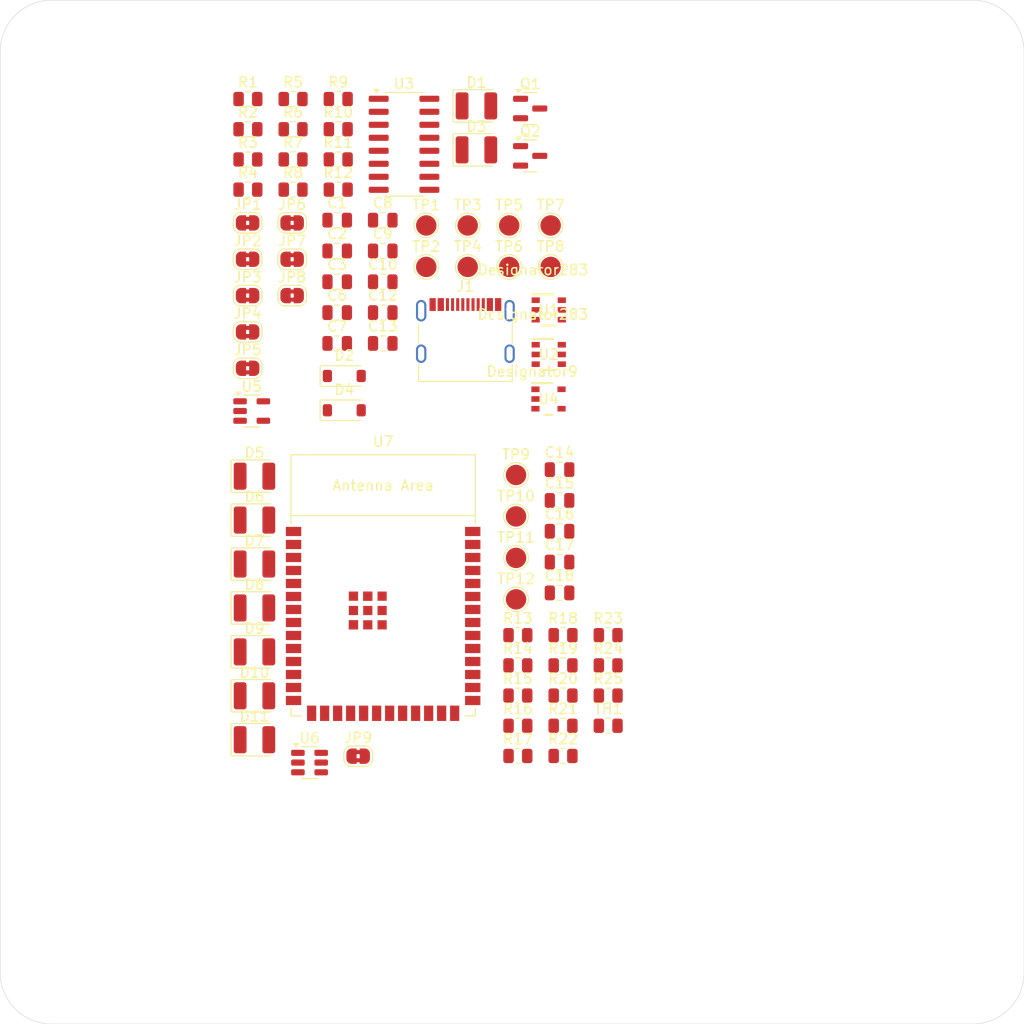
<source format=kicad_pcb>
(kicad_pcb (version 20240108) (generator "pcbnew") (generator_version "8.0")
  (layers (0 "F.Cu" signal) (31 "B.Cu" signal) (34 "B.Paste" user) (35 "F.Paste" user) (36 "B.SilkS" user "B.Silkscreen") (37 "F.SilkS" user "F.Silkscreen") (38 "B.Mask" user) (39 "F.Mask" user) (44 "Edge.Cuts" user))
  (net 0 "")
  (net 21 "GND")
  (net 22 "+3.3V")
  (net 49 "Net-(J1-VBUS-PadA4)")
  (net 50 "Net-(J1-GND-PadA1)")
  (net 52 "Net-(J1-D+-PadA6)")
  (net 55 "Net-(J1-D--PadA7)")
  (net 109 "+BATT")
  (net 110 "Net-(R13-Pad2)")
  (net 111 "Net-(R14-Pad2)")
  (footprint "Resistor_SMD:R_0805_2012Metric" (layer "F.Cu") (at 124.1925 62.6)
    (property "Reference" "R2" (at 0 -1.65 0) (layer "F.SilkS"))
    (property "Value" "R")
    (pad "1" smd roundrect (at -0.9125 0) (size 1.025 1.4) (layers "F.Cu" "F.Paste" "F.Mask") (roundrect_rratio 0.243902))
    (pad "2" smd roundrect (at 0.9125 0) (size 1.025 1.4) (layers "F.Cu" "F.Paste" "F.Mask") (roundrect_rratio 0.243902))
  )
  (footprint "Resistor_SMD:R_0805_2012Metric" (layer "F.Cu") (at 133.0125 65.55)
    (property "Reference" "R11" (at 0 -1.65 0) (layer "F.SilkS"))
    (property "Value" "R")
    (pad "1" smd roundrect (at -0.9125 0) (size 1.025 1.4) (layers "F.Cu" "F.Paste" "F.Mask") (roundrect_rratio 0.243902))
    (pad "2" smd roundrect (at 0.9125 0) (size 1.025 1.4) (layers "F.Cu" "F.Paste" "F.Mask") (roundrect_rratio 0.243902))
  )
  (footprint "Resistor_SMD:R_0805_2012Metric" (layer "F.Cu") (at 154.9725 114.97)
    (property "Reference" "R19" (at 0 -1.65 0) (layer "F.SilkS"))
    (property "Value" "R")
    (pad "1" smd roundrect (at -0.9125 0) (size 1.025 1.4) (layers "F.Cu" "F.Paste" "F.Mask") (roundrect_rratio 0.243902))
    (pad "2" smd roundrect (at 0.9125 0) (size 1.025 1.4) (layers "F.Cu" "F.Paste" "F.Mask") (roundrect_rratio 0.243902))
  )
  (footprint "LED_SMD:LED_1210_3225Metric" (layer "F.Cu") (at 124.8325 113.65)
    (property "Reference" "D9" (at 0 -2.28 0) (layer "F.SilkS"))
    (property "Value" "LED")
    (pad "1" smd roundrect (at -1.4 0) (size 1.25 2.65) (layers "F.Cu" "F.Paste" "F.Mask") (roundrect_rratio 0.2))
    (pad "2" smd roundrect (at 1.4 0) (size 1.25 2.65) (layers "F.Cu" "F.Paste" "F.Mask") (roundrect_rratio 0.2))
  )
  (footprint "LED_SMD:LED_1210_3225Metric" (layer "F.Cu") (at 146.5125 60.32)
    (property "Reference" "D1" (at 0 -2.28 0) (layer "F.SilkS"))
    (property "Value" "LED")
    (pad "1" smd roundrect (at -1.4 0) (size 1.25 2.65) (layers "F.Cu" "F.Paste" "F.Mask") (roundrect_rratio 0.2))
    (pad "2" smd roundrect (at 1.4 0) (size 1.25 2.65) (layers "F.Cu" "F.Paste" "F.Mask") (roundrect_rratio 0.2))
  )
  (footprint "Capacitor_SMD:C_0805_2012Metric" (layer "F.Cu") (at 137.3625 71.48)
    (property "Reference" "C8" (at 0 -1.68 0) (layer "F.SilkS"))
    (property "Value" "C")
    (pad "1" smd roundrect (at -0.95 0) (size 1 1.45) (layers "F.Cu" "F.Paste" "F.Mask"))
    (pad "2" smd roundrect (at 0.95 0) (size 1 1.45) (layers "F.Cu" "F.Paste" "F.Mask"))
  )
  (footprint "Resistor_SMD:R_0805_2012Metric" (layer "F.Cu") (at 124.1925 68.5)
    (property "Reference" "R4" (at 0 -1.65 0) (layer "F.SilkS"))
    (property "Value" "R")
    (pad "1" smd roundrect (at -0.9125 0) (size 1.025 1.4) (layers "F.Cu" "F.Paste" "F.Mask") (roundrect_rratio 0.243902))
    (pad "2" smd roundrect (at 0.9125 0) (size 1.025 1.4) (layers "F.Cu" "F.Paste" "F.Mask") (roundrect_rratio 0.243902))
  )
  (footprint "TestPoint:TestPoint_Pad_D2.0mm" (layer "F.Cu") (at 149.7125 72)
    (property "Reference" "TP5" (at 0 -1.998 0) (layer "F.SilkS"))
    (property "Value" "TestPoint")
    (pad "1" smd circle (at 0 0) (size 2 2) (layers "F.Cu" "F.Mask"))
  )
  (footprint "Connector_USB:USB_C_Receptacle_G-Switch_GT-USB-7010ASV" (layer "F.Cu") (at 145.4325 83.45)
    (property "Reference" "J1" (at 0 -5.5 0) (layer "F.SilkS"))
    (property "Value" "USB_C_Receptacle_USB2.0_16P")
    (pad "" np_thru_hole circle (at -2.89 -2.605) (size 0.65 0.65) (drill 0.65) (layers "*.Cu" "*.Mask"))
    (pad "" np_thru_hole circle (at 2.89 -2.605) (size 0.65 0.65) (drill 0.65) (layers "*.Cu" "*.Mask"))
    (pad "A1" smd rect (at -3.2 -3.725) (size 0.6 1.24) (layers "F.Cu" "F.Paste" "F.Mask") (net 50 "Net-(J1-GND-PadA1)"))
    (pad "A4" smd rect (at -2.4 -3.725) (size 0.6 1.24) (layers "F.Cu" "F.Paste" "F.Mask") (net 49 "Net-(J1-VBUS-PadA4)"))
    (pad "A5" smd rect (at -1.25 -3.725) (size 0.3 1.24) (layers "F.Cu" "F.Paste" "F.Mask"))
    (pad "A6" smd rect (at -0.25 -3.725) (size 0.3 1.24) (layers "F.Cu" "F.Paste" "F.Mask") (net 52 "Net-(J1-D+-PadA6)"))
    (pad "A7" smd rect (at 0.25 -3.725) (size 0.3 1.24) (layers "F.Cu" "F.Paste" "F.Mask") (net 55 "Net-(J1-D--PadA7)"))
    (pad "A8" smd rect (at 1.25 -3.725) (size 0.3 1.24) (layers "F.Cu" "F.Paste" "F.Mask"))
    (pad "A9" smd rect (at 2.4 -3.725) (size 0.6 1.24) (layers "F.Cu" "F.Paste" "F.Mask") (net 49 "Net-(J1-VBUS-PadA4)"))
    (pad "A12" smd rect (at 3.2 -3.725) (size 0.6 1.24) (layers "F.Cu" "F.Paste" "F.Mask") (net 50 "Net-(J1-GND-PadA1)"))
    (pad "B1" smd rect (at 3.2 -3.725) (size 0.6 1.24) (layers "F.Cu" "F.Paste" "F.Mask") (net 50 "Net-(J1-GND-PadA1)"))
    (pad "B4" smd rect (at 2.4 -3.725) (size 0.6 1.24) (layers "F.Cu" "F.Paste" "F.Mask") (net 49 "Net-(J1-VBUS-PadA4)"))
    (pad "B5" smd rect (at 1.75 -3.725) (size 0.3 1.24) (layers "F.Cu" "F.Paste" "F.Mask"))
    (pad "B6" smd rect (at 0.75 -3.725) (size 0.3 1.24) (layers "F.Cu" "F.Paste" "F.Mask") (net 52 "Net-(J1-D+-PadA6)"))
    (pad "B7" smd rect (at -0.75 -3.725) (size 0.3 1.24) (layers "F.Cu" "F.Paste" "F.Mask") (net 55 "Net-(J1-D--PadA7)"))
    (pad "B8" smd rect (at -1.75 -3.725) (size 0.3 1.24) (layers "F.Cu" "F.Paste" "F.Mask"))
    (pad "B9" smd rect (at -2.4 -3.725) (size 0.6 1.24) (layers "F.Cu" "F.Paste" "F.Mask") (net 49 "Net-(J1-VBUS-PadA4)"))
    (pad "B12" smd rect (at -3.2 -3.725) (size 0.6 1.24) (layers "F.Cu" "F.Paste" "F.Mask") (net 50 "Net-(J1-GND-PadA1)"))
    (pad "S1" thru_hole oval (at -4.32 -3.125) (size 1 2.1) (drill oval 0.6 1.7) (layers "*.Cu" "*.Mask"))
    (pad "S1" thru_hole oval (at -4.32 1.075) (size 1 1.8) (drill oval 0.6 1.4) (layers "*.Cu" "*.Mask"))
    (pad "S1" thru_hole oval (at 4.32 -3.125) (size 1 2.1) (drill oval 0.6 1.7) (layers "*.Cu" "*.Mask"))
    (pad "S1" thru_hole oval (at 4.32 1.075) (size 1 1.8) (drill oval 0.6 1.4) (layers "*.Cu" "*.Mask"))
  )
  (footprint "Resistor_SMD:R_0805_2012Metric" (layer "F.Cu") (at 154.9725 123.82)
    (property "Reference" "R22" (at 0 -1.65 0) (layer "F.SilkS"))
    (property "Value" "R")
    (pad "1" smd roundrect (at -0.9125 0) (size 1.025 1.4) (layers "F.Cu" "F.Paste" "F.Mask") (roundrect_rratio 0.243902))
    (pad "2" smd roundrect (at 0.9125 0) (size 1.025 1.4) (layers "F.Cu" "F.Paste" "F.Mask") (roundrect_rratio 0.243902))
  )
  (footprint "Capacitor_SMD:C_0805_2012Metric" (layer "F.Cu") (at 132.9125 80.51)
    (property "Reference" "C6" (at 0 -1.68 0) (layer "F.SilkS"))
    (property "Value" "C")
    (pad "1" smd roundrect (at -0.95 0) (size 1 1.45) (layers "F.Cu" "F.Paste" "F.Mask"))
    (pad "2" smd roundrect (at 0.95 0) (size 1 1.45) (layers "F.Cu" "F.Paste" "F.Mask"))
  )
  (footprint "Package_TO_SOT_SMD:SOT-23" (layer "F.Cu") (at 151.7625 65.2)
    (property "Reference" "Q2" (at 0 -2.4 0) (layer "F.SilkS"))
    (property "Value" "AO3401A")
    (pad "1" smd roundrect (at -0.9375 -0.95) (size 1.475 0.6) (layers "F.Cu" "F.Paste" "F.Mask"))
    (pad "2" smd roundrect (at -0.9375 0.95) (size 1.475 0.6) (layers "F.Cu" "F.Paste" "F.Mask"))
    (pad "3" smd roundrect (at 0.9375 0) (size 1.475 0.6) (layers "F.Cu" "F.Paste" "F.Mask"))
  )
  (footprint "TestPoint:TestPoint_Pad_D2.0mm" (layer "F.Cu") (at 150.3825 108.52)
    (property "Reference" "TP12" (at 0 -1.998 0) (layer "F.SilkS"))
    (property "Value" "TestPoint")
    (pad "1" smd circle (at 0 0) (size 2 2) (layers "F.Cu" "F.Mask"))
  )
  (footprint "Jumper:SolderJumper-2_P1.3mm_Bridged2Bar_RoundedPad1.0x1.5mm" (layer "F.Cu") (at 124.1625 78.85)
    (property "Reference" "JP3" (at 0 -1.8 0) (layer "F.SilkS"))
    (property "Value" "SolderJumper_2_Bridged")
    (fp_poly (pts (xy -0.25 -0.6) (xy 0.25 -0.6) (xy 0.25 -0.2) (xy -0.25 -0.2)) (fill solid) (layer "F.Cu"))
    (fp_poly (pts (xy -0.25 0.2) (xy 0.25 0.2) (xy 0.25 0.6) (xy -0.25 0.6)) (fill solid) (layer "F.Cu"))
    (pad "1" smd custom (at -0.65 0) (size 1 0.5) (layers "F.Cu" "F.Mask") (options (clearance outline) (anchor rect)) (primitives (gr_circle (center 0 0.25) (end 0.5 0.25) (width 0) (fill yes)) (gr_circle (center 0 -0.25) (end 0.5 -0.25) (width 0) (fill yes)) (gr_poly (pts (xy 0.5 0.75) (xy 0 0.75) (xy 0 -0.75) (xy 0.5 -0.75)) (width 0) (fill yes))))
    (pad "2" smd custom (at 0.65 0) (size 1 0.5) (layers "F.Cu" "F.Mask") (options (clearance outline) (anchor rect)) (primitives (gr_circle (center 0 0.25) (end 0.5 0.25) (width 0) (fill yes)) (gr_circle (center 0 -0.25) (end 0.5 -0.25) (width 0) (fill yes)) (gr_poly (pts (xy 0 0.75) (xy -0.5 0.75) (xy -0.5 -0.75) (xy 0 -0.75)) (width 0) (fill yes))))
  )
  (footprint "Espressif:ESP32-S3-WROOM-1" (layer "F.Cu") (at 137.4 110.15)
    (property "Reference" "U7" (at 0 -17.05 0) (layer "F.SilkS"))
    (property "Value" "ESP32-S3-WROOM-1")
    (fp_text user "Antenna Area" (at 0 -12.75 0) (layer "F.SilkS"))
    (pad "1" smd rect (at -8.75 -8.26) (size 1.5 0.9) (layers "F.Cu" "F.Paste" "F.Mask") (net 21 "GND"))
    (pad "2" smd rect (at -8.75 -6.99) (size 1.5 0.9) (layers "F.Cu" "F.Paste" "F.Mask") (net 22 "+3.3V"))
    (pad "3" smd rect (at -8.75 -5.72) (size 1.5 0.9) (layers "F.Cu" "F.Paste" "F.Mask"))
    (pad "4" smd rect (at -8.75 -4.45) (size 1.5 0.9) (layers "F.Cu" "F.Paste" "F.Mask"))
    (pad "5" smd rect (at -8.75 -3.18) (size 1.5 0.9) (layers "F.Cu" "F.Paste" "F.Mask"))
    (pad "6" smd rect (at -8.75 -1.91) (size 1.5 0.9) (layers "F.Cu" "F.Paste" "F.Mask"))
    (pad "7" smd rect (at -8.75 -0.64) (size 1.5 0.9) (layers "F.Cu" "F.Paste" "F.Mask"))
    (pad "8" smd rect (at -8.75 0.63) (size 1.5 0.9) (layers "F.Cu" "F.Paste" "F.Mask"))
    (pad "9" smd rect (at -8.75 1.9) (size 1.5 0.9) (layers "F.Cu" "F.Paste" "F.Mask"))
    (pad "10" smd rect (at -8.75 3.17) (size 1.5 0.9) (layers "F.Cu" "F.Paste" "F.Mask"))
    (pad "11" smd rect (at -8.75 4.44) (size 1.5 0.9) (layers "F.Cu" "F.Paste" "F.Mask"))
    (pad "12" smd rect (at -8.75 5.71) (size 1.5 0.9) (layers "F.Cu" "F.Paste" "F.Mask"))
    (pad "13" smd rect (at -8.75 6.98) (size 1.5 0.9) (layers "F.Cu" "F.Paste" "F.Mask"))
    (pad "14" smd rect (at -8.75 8.25) (size 1.5 0.9) (layers "F.Cu" "F.Paste" "F.Mask"))
    (pad "15" smd rect (at -6.985 9.5 90) (size 1.5 0.9) (layers "F.Cu" "F.Paste" "F.Mask"))
    (pad "16" smd rect (at -5.715 9.5 90) (size 1.5 0.9) (layers "F.Cu" "F.Paste" "F.Mask"))
    (pad "17" smd rect (at -4.445 9.5 90) (size 1.5 0.9) (layers "F.Cu" "F.Paste" "F.Mask"))
    (pad "18" smd rect (at -3.175 9.5 90) (size 1.5 0.9) (layers "F.Cu" "F.Paste" "F.Mask"))
    (pad "19" smd rect (at -1.905 9.5 90) (size 1.5 0.9) (layers "F.Cu" "F.Paste" "F.Mask"))
    (pad "20" smd rect (at -0.635 9.5 90) (size 1.5 0.9) (layers "F.Cu" "F.Paste" "F.Mask"))
    (pad "21" smd rect (at 0.635 9.5 90) (size 1.5 0.9) (layers "F.Cu" "F.Paste" "F.Mask"))
    (pad "22" smd rect (at 1.905 9.5 90) (size 1.5 0.9) (layers "F.Cu" "F.Paste" "F.Mask"))
    (pad "23" smd rect (at 3.175 9.5 90) (size 1.5 0.9) (layers "F.Cu" "F.Paste" "F.Mask"))
    (pad "24" smd rect (at 4.445 9.5 90) (size 1.5 0.9) (layers "F.Cu" "F.Paste" "F.Mask"))
    (pad "25" smd rect (at 5.715 9.5 90) (size 1.5 0.9) (layers "F.Cu" "F.Paste" "F.Mask"))
    (pad "26" smd rect (at 6.985 9.5 90) (size 1.5 0.9) (layers "F.Cu" "F.Paste" "F.Mask"))
    (pad "27" smd rect (at 8.75 8.25 180) (size 1.5 0.9) (layers "F.Cu" "F.Paste" "F.Mask"))
    (pad "28" smd rect (at 8.75 6.98 180) (size 1.5 0.9) (layers "F.Cu" "F.Paste" "F.Mask"))
    (pad "29" smd rect (at 8.75 5.71 180) (size 1.5 0.9) (layers "F.Cu" "F.Paste" "F.Mask"))
    (pad "30" smd rect (at 8.75 4.44 180) (size 1.5 0.9) (layers "F.Cu" "F.Paste" "F.Mask"))
    (pad "31" smd rect (at 8.75 3.17 180) (size 1.5 0.9) (layers "F.Cu" "F.Paste" "F.Mask"))
    (pad "32" smd rect (at 8.75 1.9 180) (size 1.5 0.9) (layers "F.Cu" "F.Paste" "F.Mask"))
    (pad "33" smd rect (at 8.75 0.63 180) (size 1.5 0.9) (layers "F.Cu" "F.Paste" "F.Mask"))
    (pad "34" smd rect (at 8.75 -0.64 180) (size 1.5 0.9) (layers "F.Cu" "F.Paste" "F.Mask"))
    (pad "35" smd rect (at 8.75 -1.91 180) (size 1.5 0.9) (layers "F.Cu" "F.Paste" "F.Mask"))
    (pad "36" smd rect (at 8.75 -3.18 180) (size 1.5 0.9) (layers "F.Cu" "F.Paste" "F.Mask"))
    (pad "37" smd rect (at 8.75 -4.45 180) (size 1.5 0.9) (layers "F.Cu" "F.Paste" "F.Mask"))
    (pad "38" smd rect (at 8.75 -5.72 180) (size 1.5 0.9) (layers "F.Cu" "F.Paste" "F.Mask"))
    (pad "39" smd rect (at 8.75 -6.99 180) (size 1.5 0.9) (layers "F.Cu" "F.Paste" "F.Mask"))
    (pad "40" smd rect (at 8.75 -8.26 180) (size 1.5 0.9) (layers "F.Cu" "F.Paste" "F.Mask") (net 21 "GND"))
    (pad "41" smd rect (at -2.9 -1.94 180) (size 0.9 0.9) (layers "F.Cu" "F.Paste" "F.Mask") (net 21 "GND"))
    (pad "41" smd rect (at -2.9 -0.54 180) (size 0.9 0.9) (layers "F.Cu" "F.Paste" "F.Mask") (net 21 "GND"))
    (pad "41" smd rect (at -2.9 0.86 180) (size 0.9 0.9) (layers "F.Cu" "F.Paste" "F.Mask") (net 21 "GND"))
    (pad "41" smd rect (at -2.9 0.86 180) (size 0.9 0.9) (layers "F.Cu" "F.Paste" "F.Mask") (net 21 "GND"))
    (pad "41" smd rect (at -1.5 -1.94 180) (size 0.9 0.9) (layers "F.Cu" "F.Paste" "F.Mask") (net 21 "GND"))
    (pad "41" smd rect (at -1.5 -1.94 180) (size 0.9 0.9) (layers "F.Cu" "F.Paste" "F.Mask") (net 21 "GND"))
    (pad "41" smd rect (at -1.5 -0.54 180) (size 0.9 0.9) (layers "F.Cu" "F.Paste" "F.Mask") (net 21 "GND"))
    (pad "41" smd rect (at -1.5 0.86 180) (size 0.9 0.9) (layers "F.Cu" "F.Paste" "F.Mask") (net 21 "GND"))
    (pad "41" smd rect (at -0.1 -1.94 180) (size 0.9 0.9) (layers "F.Cu" "F.Paste" "F.Mask") (net 21 "GND"))
    (pad "41" smd rect (at -0.1 -0.54 180) (size 0.9 0.9) (layers "F.Cu" "F.Paste" "F.Mask") (net 21 "GND"))
    (pad "41" smd rect (at -0.1 0.86 180) (size 0.9 0.9) (layers "F.Cu" "F.Paste" "F.Mask") (net 21 "GND"))
  )
  (footprint "Resistor_SMD:R_0805_2012Metric" (layer "F.Cu") (at 133.0125 68.5)
    (property "Reference" "R12" (at 0 -1.65 0) (layer "F.SilkS"))
    (property "Value" "R")
    (pad "1" smd roundrect (at -0.9125 0) (size 1.025 1.4) (layers "F.Cu" "F.Paste" "F.Mask") (roundrect_rratio 0.243902))
    (pad "2" smd roundrect (at 0.9125 0) (size 1.025 1.4) (layers "F.Cu" "F.Paste" "F.Mask") (roundrect_rratio 0.243902))
  )
  (footprint "Resistor_SMD:R_0805_2012Metric" (layer "F.Cu") (at 124.1925 65.55)
    (property "Reference" "R3" (at 0 -1.65 0) (layer "F.SilkS"))
    (property "Value" "R")
    (pad "1" smd roundrect (at -0.9125 0) (size 1.025 1.4) (layers "F.Cu" "F.Paste" "F.Mask") (roundrect_rratio 0.243902))
    (pad "2" smd roundrect (at 0.9125 0) (size 1.025 1.4) (layers "F.Cu" "F.Paste" "F.Mask") (roundrect_rratio 0.243902))
  )
  (footprint "Jumper:SolderJumper-2_P1.3mm_Bridged2Bar_RoundedPad1.0x1.5mm" (layer "F.Cu") (at 128.5125 71.75)
    (property "Reference" "JP6" (at 0 -1.8 0) (layer "F.SilkS"))
    (property "Value" "SolderJumper_2_Bridged")
    (fp_poly (pts (xy -0.25 -0.6) (xy 0.25 -0.6) (xy 0.25 -0.2) (xy -0.25 -0.2)) (fill solid) (layer "F.Cu"))
    (fp_poly (pts (xy -0.25 0.2) (xy 0.25 0.2) (xy 0.25 0.6) (xy -0.25 0.6)) (fill solid) (layer "F.Cu"))
    (pad "1" smd custom (at -0.65 0) (size 1 0.5) (layers "F.Cu" "F.Mask") (options (clearance outline) (anchor rect)) (primitives (gr_circle (center 0 0.25) (end 0.5 0.25) (width 0) (fill yes)) (gr_circle (center 0 -0.25) (end 0.5 -0.25) (width 0) (fill yes)) (gr_poly (pts (xy 0.5 0.75) (xy 0 0.75) (xy 0 -0.75) (xy 0.5 -0.75)) (width 0) (fill yes))))
    (pad "2" smd custom (at 0.65 0) (size 1 0.5) (layers "F.Cu" "F.Mask") (options (clearance outline) (anchor rect)) (primitives (gr_circle (center 0 0.25) (end 0.5 0.25) (width 0) (fill yes)) (gr_circle (center 0 -0.25) (end 0.5 -0.25) (width 0) (fill yes)) (gr_poly (pts (xy 0 0.75) (xy -0.5 0.75) (xy -0.5 -0.75) (xy 0 -0.75)) (width 0) (fill yes))))
  )
  (footprint "Jumper:SolderJumper-2_P1.3mm_Bridged2Bar_RoundedPad1.0x1.5mm" (layer "F.Cu") (at 128.5125 75.3)
    (property "Reference" "JP7" (at 0 -1.8 0) (layer "F.SilkS"))
    (property "Value" "SolderJumper_2_Bridged")
    (fp_poly (pts (xy -0.25 -0.6) (xy 0.25 -0.6) (xy 0.25 -0.2) (xy -0.25 -0.2)) (fill solid) (layer "F.Cu"))
    (fp_poly (pts (xy -0.25 0.2) (xy 0.25 0.2) (xy 0.25 0.6) (xy -0.25 0.6)) (fill solid) (layer "F.Cu"))
    (pad "1" smd custom (at -0.65 0) (size 1 0.5) (layers "F.Cu" "F.Mask") (options (clearance outline) (anchor rect)) (primitives (gr_circle (center 0 0.25) (end 0.5 0.25) (width 0) (fill yes)) (gr_circle (center 0 -0.25) (end 0.5 -0.25) (width 0) (fill yes)) (gr_poly (pts (xy 0.5 0.75) (xy 0 0.75) (xy 0 -0.75) (xy 0.5 -0.75)) (width 0) (fill yes))))
    (pad "2" smd custom (at 0.65 0) (size 1 0.5) (layers "F.Cu" "F.Mask") (options (clearance outline) (anchor rect)) (primitives (gr_circle (center 0 0.25) (end 0.5 0.25) (width 0) (fill yes)) (gr_circle (center 0 -0.25) (end 0.5 -0.25) (width 0) (fill yes)) (gr_poly (pts (xy 0 0.75) (xy -0.5 0.75) (xy -0.5 -0.75) (xy 0 -0.75)) (width 0) (fill yes))))
  )
  (footprint "Resistor_SMD:R_0805_2012Metric" (layer "F.Cu") (at 128.6025 65.55)
    (property "Reference" "R7" (at 0 -1.65 0) (layer "F.SilkS"))
    (property "Value" "R")
    (pad "1" smd roundrect (at -0.9125 0) (size 1.025 1.4) (layers "F.Cu" "F.Paste" "F.Mask") (roundrect_rratio 0.243902))
    (pad "2" smd roundrect (at 0.9125 0) (size 1.025 1.4) (layers "F.Cu" "F.Paste" "F.Mask") (roundrect_rratio 0.243902))
  )
  (footprint "Resistor_SMD:R_0805_2012Metric" (layer "F.Cu") (at 150.5625 120.87)
    (property "Reference" "R16" (at 0 -1.65 0) (layer "F.SilkS"))
    (property "Value" "R")
    (pad "1" smd roundrect (at -0.9125 0) (size 1.025 1.4) (layers "F.Cu" "F.Paste" "F.Mask") (roundrect_rratio 0.243902) (net 110 "Net-(R13-Pad2)"))
    (pad "2" smd roundrect (at 0.9125 0) (size 1.025 1.4) (layers "F.Cu" "F.Paste" "F.Mask") (roundrect_rratio 0.243902) (net 21 "GND"))
  )
  (footprint "Resistor_SMD:R_0805_2012Metric" (layer "F.Cu") (at 150.5625 114.97)
    (property "Reference" "R14" (at 0 -1.65 0) (layer "F.SilkS"))
    (property "Value" "R")
    (pad "1" smd roundrect (at -0.9125 0) (size 1.025 1.4) (layers "F.Cu" "F.Paste" "F.Mask") (roundrect_rratio 0.243902) (net 22 "+3.3V"))
    (pad "2" smd roundrect (at 0.9125 0) (size 1.025 1.4) (layers "F.Cu" "F.Paste" "F.Mask") (roundrect_rratio 0.243902) (net 111 "Net-(R14-Pad2)"))
  )
  (footprint "Capacitor_SMD:C_0805_2012Metric" (layer "F.Cu") (at 137.3625 83.52)
    (property "Reference" "C13" (at 0 -1.68 0) (layer "F.SilkS"))
    (property "Value" "C")
    (pad "1" smd roundrect (at -0.95 0) (size 1 1.45) (layers "F.Cu" "F.Paste" "F.Mask"))
    (pad "2" smd roundrect (at 0.95 0) (size 1 1.45) (layers "F.Cu" "F.Paste" "F.Mask"))
  )
  (footprint "Resistor_SMD:R_0805_2012Metric" (layer "F.Cu") (at 133.0125 62.6)
    (property "Reference" "R10" (at 0 -1.65 0) (layer "F.SilkS"))
    (property "Value" "R")
    (pad "1" smd roundrect (at -0.9125 0) (size 1.025 1.4) (layers "F.Cu" "F.Paste" "F.Mask") (roundrect_rratio 0.243902))
    (pad "2" smd roundrect (at 0.9125 0) (size 1.025 1.4) (layers "F.Cu" "F.Paste" "F.Mask") (roundrect_rratio 0.243902))
  )
  (footprint "Capacitor_SMD:C_0805_2012Metric" (layer "F.Cu") (at 132.9125 77.5)
    (property "Reference" "C3" (at 0 -1.68 0) (layer "F.SilkS"))
    (property "Value" "C")
    (pad "1" smd roundrect (at -0.95 0) (size 1 1.45) (layers "F.Cu" "F.Paste" "F.Mask"))
    (pad "2" smd roundrect (at 0.95 0) (size 1 1.45) (layers "F.Cu" "F.Paste" "F.Mask"))
  )
  (footprint "Jumper:SolderJumper-2_P1.3mm_Bridged2Bar_RoundedPad1.0x1.5mm" (layer "F.Cu") (at 124.1625 82.4)
    (property "Reference" "JP4" (at 0 -1.8 0) (layer "F.SilkS"))
    (property "Value" "SolderJumper_2_Bridged")
    (fp_poly (pts (xy -0.25 -0.6) (xy 0.25 -0.6) (xy 0.25 -0.2) (xy -0.25 -0.2)) (fill solid) (layer "F.Cu"))
    (fp_poly (pts (xy -0.25 0.2) (xy 0.25 0.2) (xy 0.25 0.6) (xy -0.25 0.6)) (fill solid) (layer "F.Cu"))
    (pad "1" smd custom (at -0.65 0) (size 1 0.5) (layers "F.Cu" "F.Mask") (options (clearance outline) (anchor rect)) (primitives (gr_circle (center 0 0.25) (end 0.5 0.25) (width 0) (fill yes)) (gr_circle (center 0 -0.25) (end 0.5 -0.25) (width 0) (fill yes)) (gr_poly (pts (xy 0.5 0.75) (xy 0 0.75) (xy 0 -0.75) (xy 0.5 -0.75)) (width 0) (fill yes))))
    (pad "2" smd custom (at 0.65 0) (size 1 0.5) (layers "F.Cu" "F.Mask") (options (clearance outline) (anchor rect)) (primitives (gr_circle (center 0 0.25) (end 0.5 0.25) (width 0) (fill yes)) (gr_circle (center 0 -0.25) (end 0.5 -0.25) (width 0) (fill yes)) (gr_poly (pts (xy 0 0.75) (xy -0.5 0.75) (xy -0.5 -0.75) (xy 0 -0.75)) (width 0) (fill yes))))
  )
  (footprint "Resistor_SMD:R_0805_2012Metric" (layer "F.Cu") (at 128.6025 68.5)
    (property "Reference" "R8" (at 0 -1.65 0) (layer "F.SilkS"))
    (property "Value" "R")
    (pad "1" smd roundrect (at -0.9125 0) (size 1.025 1.4) (layers "F.Cu" "F.Paste" "F.Mask") (roundrect_rratio 0.243902))
    (pad "2" smd roundrect (at 0.9125 0) (size 1.025 1.4) (layers "F.Cu" "F.Paste" "F.Mask") (roundrect_rratio 0.243902))
  )
  (footprint "TestPoint:TestPoint_Pad_D2.0mm" (layer "F.Cu") (at 145.6625 76.05)
    (property "Reference" "TP4" (at 0 -1.998 0) (layer "F.SilkS"))
    (property "Value" "TestPoint")
    (pad "1" smd circle (at 0 0) (size 2 2) (layers "F.Cu" "F.Mask"))
  )
  (footprint "Capacitor_SMD:C_0805_2012Metric" (layer "F.Cu") (at 137.3625 77.5)
    (property "Reference" "C10" (at 0 -1.68 0) (layer "F.SilkS"))
    (property "Value" "C")
    (pad "1" smd roundrect (at -0.95 0) (size 1 1.45) (layers "F.Cu" "F.Paste" "F.Mask"))
    (pad "2" smd roundrect (at 0.95 0) (size 1 1.45) (layers "F.Cu" "F.Paste" "F.Mask"))
  )
  (footprint "Package_SO:SOIC-16_3.9x9.9mm_P1.27mm" (layer "F.Cu") (at 139.4425 64.07)
    (property "Reference" "U3" (at 0 -5.9 0) (layer "F.SilkS"))
    (property "Value" "CH340C")
    (pad "1" smd roundrect (at -2.475 -4.445) (size 1.95 0.6) (layers "F.Cu" "F.Paste" "F.Mask"))
    (pad "2" smd roundrect (at -2.475 -3.175) (size 1.95 0.6) (layers "F.Cu" "F.Paste" "F.Mask"))
    (pad "3" smd roundrect (at -2.475 -1.905) (size 1.95 0.6) (layers "F.Cu" "F.Paste" "F.Mask"))
    (pad "4" smd roundrect (at -2.475 -0.635) (size 1.95 0.6) (layers "F.Cu" "F.Paste" "F.Mask"))
    (pad "5" smd roundrect (at -2.475 0.635) (size 1.95 0.6) (layers "F.Cu" "F.Paste" "F.Mask"))
    (pad "6" smd roundrect (at -2.475 1.905) (size 1.95 0.6) (layers "F.Cu" "F.Paste" "F.Mask"))
    (pad "7" smd roundrect (at -2.475 3.175) (size 1.95 0.6) (layers "F.Cu" "F.Paste" "F.Mask"))
    (pad "8" smd roundrect (at -2.475 4.445) (size 1.95 0.6) (layers "F.Cu" "F.Paste" "F.Mask"))
    (pad "9" smd roundrect (at 2.475 4.445) (size 1.95 0.6) (layers "F.Cu" "F.Paste" "F.Mask"))
    (pad "10" smd roundrect (at 2.475 3.175) (size 1.95 0.6) (layers "F.Cu" "F.Paste" "F.Mask"))
    (pad "11" smd roundrect (at 2.475 1.905) (size 1.95 0.6) (layers "F.Cu" "F.Paste" "F.Mask"))
    (pad "12" smd roundrect (at 2.475 0.635) (size 1.95 0.6) (layers "F.Cu" "F.Paste" "F.Mask"))
    (pad "13" smd roundrect (at 2.475 -0.635) (size 1.95 0.6) (layers "F.Cu" "F.Paste" "F.Mask"))
    (pad "14" smd roundrect (at 2.475 -1.905) (size 1.95 0.6) (layers "F.Cu" "F.Paste" "F.Mask"))
    (pad "15" smd roundrect (at 2.475 -3.175) (size 1.95 0.6) (layers "F.Cu" "F.Paste" "F.Mask"))
    (pad "16" smd roundrect (at 2.475 -4.445) (size 1.95 0.6) (layers "F.Cu" "F.Paste" "F.Mask"))
  )
  (footprint "Capacitor_SMD:C_0805_2012Metric" (layer "F.Cu") (at 154.6325 98.86)
    (property "Reference" "C15" (at 0 -1.68 0) (layer "F.SilkS"))
    (property "Value" "C")
    (pad "1" smd roundrect (at -0.95 0) (size 1 1.45) (layers "F.Cu" "F.Paste" "F.Mask") (net 21 "GND"))
    (pad "2" smd roundrect (at 0.95 0) (size 1 1.45) (layers "F.Cu" "F.Paste" "F.Mask") (net 22 "+3.3V"))
  )
  (footprint "Resistor_SMD:R_0805_2012Metric" (layer "F.Cu") (at 150.5625 117.92)
    (property "Reference" "R15" (at 0 -1.65 0) (layer "F.SilkS"))
    (property "Value" "R")
    (pad "1" smd roundrect (at -0.9125 0) (size 1.025 1.4) (layers "F.Cu" "F.Paste" "F.Mask") (roundrect_rratio 0.243902))
    (pad "2" smd roundrect (at 0.9125 0) (size 1.025 1.4) (layers "F.Cu" "F.Paste" "F.Mask") (roundrect_rratio 0.243902))
  )
  (footprint "Diode_SMD:D_SOD-123" (layer "F.Cu") (at 133.6075 86.7)
    (property "Reference" "D2" (at 0 -2 0) (layer "F.SilkS"))
    (property "Value" "5V1")
    (pad "1" smd roundrect (at -1.65 0) (size 0.9 1.2) (layers "F.Cu" "F.Paste" "F.Mask"))
    (pad "2" smd roundrect (at 1.65 0) (size 0.9 1.2) (layers "F.Cu" "F.Paste" "F.Mask"))
  )
  (footprint "Resistor_SMD:R_0805_2012Metric" (layer "F.Cu") (at 159.3825 117.92)
    (property "Reference" "R25" (at 0 -1.65 0) (layer "F.SilkS"))
    (property "Value" "R")
    (pad "1" smd roundrect (at -0.9125 0) (size 1.025 1.4) (layers "F.Cu" "F.Paste" "F.Mask") (roundrect_rratio 0.243902))
    (pad "2" smd roundrect (at 0.9125 0) (size 1.025 1.4) (layers "F.Cu" "F.Paste" "F.Mask") (roundrect_rratio 0.243902))
  )
  (footprint "Capacitor_SMD:C_0805_2012Metric" (layer "F.Cu") (at 154.6325 107.89)
    (property "Reference" "C18" (at 0 -1.68 0) (layer "F.SilkS"))
    (property "Value" "C")
    (pad "1" smd roundrect (at -0.95 0) (size 1 1.45) (layers "F.Cu" "F.Paste" "F.Mask"))
    (pad "2" smd roundrect (at 0.95 0) (size 1 1.45) (layers "F.Cu" "F.Paste" "F.Mask"))
  )
  (footprint "Jumper:SolderJumper-2_P1.3mm_Bridged2Bar_RoundedPad1.0x1.5mm" (layer "F.Cu") (at 128.5125 78.85)
    (property "Reference" "JP8" (at 0 -1.8 0) (layer "F.SilkS"))
    (property "Value" "SolderJumper_2_Bridged")
    (fp_poly (pts (xy -0.25 -0.6) (xy 0.25 -0.6) (xy 0.25 -0.2) (xy -0.25 -0.2)) (fill solid) (layer "F.Cu"))
    (fp_poly (pts (xy -0.25 0.2) (xy 0.25 0.2) (xy 0.25 0.6) (xy -0.25 0.6)) (fill solid) (layer "F.Cu"))
    (pad "1" smd custom (at -0.65 0) (size 1 0.5) (layers "F.Cu" "F.Mask") (options (clearance outline) (anchor rect)) (primitives (gr_circle (center 0 0.25) (end 0.5 0.25) (width 0) (fill yes)) (gr_circle (center 0 -0.25) (end 0.5 -0.25) (width 0) (fill yes)) (gr_poly (pts (xy 0.5 0.75) (xy 0 0.75) (xy 0 -0.75) (xy 0.5 -0.75)) (width 0) (fill yes))))
    (pad "2" smd custom (at 0.65 0) (size 1 0.5) (layers "F.Cu" "F.Mask") (options (clearance outline) (anchor rect)) (primitives (gr_circle (center 0 0.25) (end 0.5 0.25) (width 0) (fill yes)) (gr_circle (center 0 -0.25) (end 0.5 -0.25) (width 0) (fill yes)) (gr_poly (pts (xy 0 0.75) (xy -0.5 0.75) (xy -0.5 -0.75) (xy 0 -0.75)) (width 0) (fill yes))))
  )
  (footprint "Package_TO_SOT_SMD:SOT-23" (layer "F.Cu") (at 151.7625 60.575)
    (property "Reference" "Q1" (at 0 -2.4 0) (layer "F.SilkS"))
    (property "Value" "AO3401A")
    (pad "1" smd roundrect (at -0.9375 -0.95) (size 1.475 0.6) (layers "F.Cu" "F.Paste" "F.Mask"))
    (pad "2" smd roundrect (at -0.9375 0.95) (size 1.475 0.6) (layers "F.Cu" "F.Paste" "F.Mask"))
    (pad "3" smd roundrect (at 0.9375 0) (size 1.475 0.6) (layers "F.Cu" "F.Paste" "F.Mask"))
  )
  (footprint "LED_SMD:LED_1210_3225Metric" (layer "F.Cu") (at 124.8325 117.94)
    (property "Reference" "D10" (at 0 -2.28 0) (layer "F.SilkS"))
    (property "Value" "LED")
    (pad "1" smd roundrect (at -1.4 0) (size 1.25 2.65) (layers "F.Cu" "F.Paste" "F.Mask") (roundrect_rratio 0.2))
    (pad "2" smd roundrect (at 1.4 0) (size 1.25 2.65) (layers "F.Cu" "F.Paste" "F.Mask") (roundrect_rratio 0.2))
  )
  (footprint "Resistor_SMD:R_0805_2012Metric" (layer "F.Cu") (at 128.6025 62.6)
    (property "Reference" "R6" (at 0 -1.65 0) (layer "F.SilkS"))
    (property "Value" "R")
    (pad "1" smd roundrect (at -0.9125 0) (size 1.025 1.4) (layers "F.Cu" "F.Paste" "F.Mask") (roundrect_rratio 0.243902))
    (pad "2" smd roundrect (at 0.9125 0) (size 1.025 1.4) (layers "F.Cu" "F.Paste" "F.Mask") (roundrect_rratio 0.243902))
  )
  (footprint "TestPoint:TestPoint_Pad_D2.0mm" (layer "F.Cu") (at 150.3825 104.47)
    (property "Reference" "TP11" (at 0 -1.998 0) (layer "F.SilkS"))
    (property "Value" "TestPoint")
    (pad "1" smd circle (at 0 0) (size 2 2) (layers "F.Cu" "F.Mask"))
  )
  (footprint "Jumper:SolderJumper-2_P1.3mm_Bridged2Bar_RoundedPad1.0x1.5mm" (layer "F.Cu") (at 124.1625 71.75)
    (property "Reference" "JP1" (at 0 -1.8 0) (layer "F.SilkS"))
    (property "Value" "SolderJumper_2_Bridged")
    (fp_poly (pts (xy -0.25 -0.6) (xy 0.25 -0.6) (xy 0.25 -0.2) (xy -0.25 -0.2)) (fill solid) (layer "F.Cu"))
    (fp_poly (pts (xy -0.25 0.2) (xy 0.25 0.2) (xy 0.25 0.6) (xy -0.25 0.6)) (fill solid) (layer "F.Cu"))
    (pad "1" smd custom (at -0.65 0) (size 1 0.5) (layers "F.Cu" "F.Mask") (options (clearance outline) (anchor rect)) (primitives (gr_circle (center 0 0.25) (end 0.5 0.25) (width 0) (fill yes)) (gr_circle (center 0 -0.25) (end 0.5 -0.25) (width 0) (fill yes)) (gr_poly (pts (xy 0.5 0.75) (xy 0 0.75) (xy 0 -0.75) (xy 0.5 -0.75)) (width 0) (fill yes))))
    (pad "2" smd custom (at 0.65 0) (size 1 0.5) (layers "F.Cu" "F.Mask") (options (clearance outline) (anchor rect)) (primitives (gr_circle (center 0 0.25) (end 0.5 0.25) (width 0) (fill yes)) (gr_circle (center 0 -0.25) (end 0.5 -0.25) (width 0) (fill yes)) (gr_poly (pts (xy 0 0.75) (xy -0.5 0.75) (xy -0.5 -0.75) (xy 0 -0.75)) (width 0) (fill yes))))
  )
  (footprint "Capacitor_SMD:C_0805_2012Metric" (layer "F.Cu") (at 132.9125 83.52)
    (property "Reference" "C7" (at 0 -1.68 0) (layer "F.SilkS"))
    (property "Value" "C")
    (pad "1" smd roundrect (at -0.95 0) (size 1 1.45) (layers "F.Cu" "F.Paste" "F.Mask"))
    (pad "2" smd roundrect (at 0.95 0) (size 1 1.45) (layers "F.Cu" "F.Paste" "F.Mask"))
  )
  (footprint "LED_SMD:LED_1210_3225Metric" (layer "F.Cu") (at 124.8325 109.36)
    (property "Reference" "D8" (at 0 -2.28 0) (layer "F.SilkS"))
    (property "Value" "LED")
    (pad "1" smd roundrect (at -1.4 0) (size 1.25 2.65) (layers "F.Cu" "F.Paste" "F.Mask") (roundrect_rratio 0.2))
    (pad "2" smd roundrect (at 1.4 0) (size 1.25 2.65) (layers "F.Cu" "F.Paste" "F.Mask") (roundrect_rratio 0.2))
  )
  (footprint "Capacitor_SMD:C_0805_2012Metric" (layer "F.Cu") (at 132.9125 74.49)
    (property "Reference" "C2" (at 0 -1.68 0) (layer "F.SilkS"))
    (property "Value" "C")
    (pad "1" smd roundrect (at -0.95 0) (size 1 1.45) (layers "F.Cu" "F.Paste" "F.Mask"))
    (pad "2" smd roundrect (at 0.95 0) (size 1 1.45) (layers "F.Cu" "F.Paste" "F.Mask"))
  )
  (footprint "TPS565201DDCR:TPS565201DDCR_L" (layer "F.Cu") (at 153.5775 84.600003)
    (property "Reference" "U2" (at 0 0 0) (layer "F.SilkS"))
    (property "Value" "TPS565201DDCR")
    (fp_text user "Designator283" (at -1.5494 -3.9116 0) (layer "F.SilkS"))
    (pad "1" smd rect (at -1.275001 -0.950001 90) (size 0.549999 0.800001) (layers "F.Cu" "F.Paste" "F.Mask"))
    (pad "2" smd rect (at -1.275001 0 90) (size 0.549999 0.800001) (layers "F.Cu" "F.Paste" "F.Mask"))
    (pad "3" smd rect (at -1.275001 0.949998 90) (size 0.549999 0.800001) (layers "F.Cu" "F.Paste" "F.Mask"))
    (pad "4" smd rect (at 1.274999 0.949998 90) (size 0.549999 0.800001) (layers "F.Cu" "F.Paste" "F.Mask"))
    (pad "5" smd rect (at 1.274999 0 90) (size 0.549999 0.800001) (layers "F.Cu" "F.Paste" "F.Mask"))
    (pad "6" smd rect (at 1.274999 -0.950001 90) (size 0.549999 0.800001) (layers "F.Cu" "F.Paste" "F.Mask"))
  )
  (footprint "LED_SMD:LED_1210_3225Metric" (layer "F.Cu") (at 146.5125 64.61)
    (property "Reference" "D3" (at 0 -2.28 0) (layer "F.SilkS"))
    (property "Value" "LED")
    (pad "1" smd roundrect (at -1.4 0) (size 1.25 2.65) (layers "F.Cu" "F.Paste" "F.Mask") (roundrect_rratio 0.2))
    (pad "2" smd roundrect (at 1.4 0) (size 1.25 2.65) (layers "F.Cu" "F.Paste" "F.Mask") (roundrect_rratio 0.2))
  )
  (footprint "Capacitor_SMD:C_0805_2012Metric" (layer "F.Cu") (at 132.9125 71.48)
    (property "Reference" "C1" (at 0 -1.68 0) (layer "F.SilkS"))
    (property "Value" "C")
    (pad "1" smd roundrect (at -0.95 0) (size 1 1.45) (layers "F.Cu" "F.Paste" "F.Mask"))
    (pad "2" smd roundrect (at 0.95 0) (size 1 1.45) (layers "F.Cu" "F.Paste" "F.Mask"))
  )
  (footprint "LED_SMD:LED_1210_3225Metric" (layer "F.Cu") (at 124.8325 100.78)
    (property "Reference" "D6" (at 0 -2.28 0) (layer "F.SilkS"))
    (property "Value" "LED")
    (pad "1" smd roundrect (at -1.4 0) (size 1.25 2.65) (layers "F.Cu" "F.Paste" "F.Mask") (roundrect_rratio 0.2))
    (pad "2" smd roundrect (at 1.4 0) (size 1.25 2.65) (layers "F.Cu" "F.Paste" "F.Mask") (roundrect_rratio 0.2))
  )
  (footprint "TPS565201DDCR:TPS565201DDCR_L" (layer "F.Cu") (at 153.5775 80.250002)
    (property "Reference" "U1" (at 0 0 0) (layer "F.SilkS"))
    (property "Value" "TPS565201DDCR")
    (fp_text user "Designator283" (at -1.5494 -3.9116 0) (layer "F.SilkS"))
    (pad "1" smd rect (at -1.275001 -0.950001 90) (size 0.549999 0.800001) (layers "F.Cu" "F.Paste" "F.Mask"))
    (pad "2" smd rect (at -1.275001 0 90) (size 0.549999 0.800001) (layers "F.Cu" "F.Paste" "F.Mask"))
    (pad "3" smd rect (at -1.275001 0.949998 90) (size 0.549999 0.800001) (layers "F.Cu" "F.Paste" "F.Mask"))
    (pad "4" smd rect (at 1.274999 0.949998 90) (size 0.549999 0.800001) (layers "F.Cu" "F.Paste" "F.Mask"))
    (pad "5" smd rect (at 1.274999 0 90) (size 0.549999 0.800001) (layers "F.Cu" "F.Paste" "F.Mask"))
    (pad "6" smd rect (at 1.274999 -0.950001 90) (size 0.549999 0.800001) (layers "F.Cu" "F.Paste" "F.Mask"))
  )
  (footprint "Resistor_SMD:R_0805_2012Metric" (layer "F.Cu") (at 150.5625 112.02)
    (property "Reference" "R13" (at 0 -1.65 0) (layer "F.SilkS"))
    (property "Value" "R")
    (pad "1" smd roundrect (at -0.9125 0) (size 1.025 1.4) (layers "F.Cu" "F.Paste" "F.Mask") (roundrect_rratio 0.243902) (net 109 "+BATT"))
    (pad "2" smd roundrect (at 0.9125 0) (size 1.025 1.4) (layers "F.Cu" "F.Paste" "F.Mask") (roundrect_rratio 0.243902) (net 110 "Net-(R13-Pad2)"))
  )
  (footprint "Capacitor_SMD:C_0805_2012Metric" (layer "F.Cu") (at 137.3625 80.51)
    (property "Reference" "C12" (at 0 -1.68 0) (layer "F.SilkS"))
    (property "Value" "C")
    (pad "1" smd roundrect (at -0.95 0) (size 1 1.45) (layers "F.Cu" "F.Paste" "F.Mask"))
    (pad "2" smd roundrect (at 0.95 0) (size 1 1.45) (layers "F.Cu" "F.Paste" "F.Mask"))
  )
  (footprint "Diode_SMD:D_SOD-123" (layer "F.Cu") (at 133.6075 90.05)
    (property "Reference" "D4" (at 0 -2 0) (layer "F.SilkS"))
    (property "Value" "5V1")
    (pad "1" smd roundrect (at -1.65 0) (size 0.9 1.2) (layers "F.Cu" "F.Paste" "F.Mask"))
    (pad "2" smd roundrect (at 1.65 0) (size 0.9 1.2) (layers "F.Cu" "F.Paste" "F.Mask"))
  )
  (footprint "TestPoint:TestPoint_Pad_D2.0mm" (layer "F.Cu") (at 141.6125 76.05)
    (property "Reference" "TP2" (at 0 -1.998 0) (layer "F.SilkS"))
    (property "Value" "TestPoint")
    (pad "1" smd circle (at 0 0) (size 2 2) (layers "F.Cu" "F.Mask"))
  )
  (footprint "Resistor_SMD:R_0805_2012Metric" (layer "F.Cu") (at 159.3825 120.87)
    (property "Reference" "TH1" (at 0 -1.65 0) (layer "F.SilkS"))
    (property "Value" "PCB_TEMP_NTC")
    (pad "1" smd roundrect (at -0.9125 0) (size 1.025 1.4) (layers "F.Cu" "F.Paste" "F.Mask") (roundrect_rratio 0.243902) (net 111 "Net-(R14-Pad2)"))
    (pad "2" smd roundrect (at 0.9125 0) (size 1.025 1.4) (layers "F.Cu" "F.Paste" "F.Mask") (roundrect_rratio 0.243902) (net 21 "GND"))
  )
  (footprint "TestPoint:TestPoint_Pad_D2.0mm" (layer "F.Cu") (at 149.7125 76.05)
    (property "Reference" "TP6" (at 0 -1.998 0) (layer "F.SilkS"))
    (property "Value" "TestPoint")
    (pad "1" smd circle (at 0 0) (size 2 2) (layers "F.Cu" "F.Mask"))
  )
  (footprint "Resistor_SMD:R_0805_2012Metric" (layer "F.Cu") (at 150.5625 123.82)
    (property "Reference" "R17" (at 0 -1.65 0) (layer "F.SilkS"))
    (property "Value" "R")
    (pad "1" smd roundrect (at -0.9125 0) (size 1.025 1.4) (layers "F.Cu" "F.Paste" "F.Mask") (roundrect_rratio 0.243902))
    (pad "2" smd roundrect (at 0.9125 0) (size 1.025 1.4) (layers "F.Cu" "F.Paste" "F.Mask") (roundrect_rratio 0.243902))
  )
  (footprint "Resistor_SMD:R_0805_2012Metric" (layer "F.Cu") (at 128.6025 59.65)
    (property "Reference" "R5" (at 0 -1.65 0) (layer "F.SilkS"))
    (property "Value" "R")
    (pad "1" smd roundrect (at -0.9125 0) (size 1.025 1.4) (layers "F.Cu" "F.Paste" "F.Mask") (roundrect_rratio 0.243902))
    (pad "2" smd roundrect (at 0.9125 0) (size 1.025 1.4) (layers "F.Cu" "F.Paste" "F.Mask") (roundrect_rratio 0.243902))
  )
  (footprint "Package_TO_SOT_SMD:SOT-23-5" (layer "F.Cu") (at 124.5625 90.125)
    (property "Reference" "U5" (at 0 -2.4 0) (layer "F.SilkS"))
    (property "Value" "MCP73831-2-OT")
    (pad "1" smd roundrect (at -1.1375 -0.95) (size 1.325 0.6) (layers "F.Cu" "F.Paste" "F.Mask"))
    (pad "2" smd roundrect (at -1.1375 0) (size 1.325 0.6) (layers "F.Cu" "F.Paste" "F.Mask"))
    (pad "3" smd roundrect (at -1.1375 0.95) (size 1.325 0.6) (layers "F.Cu" "F.Paste" "F.Mask"))
    (pad "4" smd roundrect (at 1.1375 0.95) (size 1.325 0.6) (layers "F.Cu" "F.Paste" "F.Mask"))
    (pad "5" smd roundrect (at 1.1375 -0.95) (size 1.325 0.6) (layers "F.Cu" "F.Paste" "F.Mask"))
  )
  (footprint "Jumper:SolderJumper-2_P1.3mm_Bridged2Bar_RoundedPad1.0x1.5mm" (layer "F.Cu") (at 124.1625 75.3)
    (property "Reference" "JP2" (at 0 -1.8 0) (layer "F.SilkS"))
    (property "Value" "SolderJumper_2_Bridged")
    (fp_poly (pts (xy -0.25 -0.6) (xy 0.25 -0.6) (xy 0.25 -0.2) (xy -0.25 -0.2)) (fill solid) (layer "F.Cu"))
    (fp_poly (pts (xy -0.25 0.2) (xy 0.25 0.2) (xy 0.25 0.6) (xy -0.25 0.6)) (fill solid) (layer "F.Cu"))
    (pad "1" smd custom (at -0.65 0) (size 1 0.5) (layers "F.Cu" "F.Mask") (options (clearance outline) (anchor rect)) (primitives (gr_circle (center 0 0.25) (end 0.5 0.25) (width 0) (fill yes)) (gr_circle (center 0 -0.25) (end 0.5 -0.25) (width 0) (fill yes)) (gr_poly (pts (xy 0.5 0.75) (xy 0 0.75) (xy 0 -0.75) (xy 0.5 -0.75)) (width 0) (fill yes))))
    (pad "2" smd custom (at 0.65 0) (size 1 0.5) (layers "F.Cu" "F.Mask") (options (clearance outline) (anchor rect)) (primitives (gr_circle (center 0 0.25) (end 0.5 0.25) (width 0) (fill yes)) (gr_circle (center 0 -0.25) (end 0.5 -0.25) (width 0) (fill yes)) (gr_poly (pts (xy 0 0.75) (xy -0.5 0.75) (xy -0.5 -0.75) (xy 0 -0.75)) (width 0) (fill yes))))
  )
  (footprint "Resistor_SMD:R_0805_2012Metric" (layer "F.Cu") (at 124.1925 59.65)
    (property "Reference" "R1" (at 0 -1.65 0) (layer "F.SilkS"))
    (property "Value" "R")
    (pad "1" smd roundrect (at -0.9125 0) (size 1.025 1.4) (layers "F.Cu" "F.Paste" "F.Mask") (roundrect_rratio 0.243902))
    (pad "2" smd roundrect (at 0.9125 0) (size 1.025 1.4) (layers "F.Cu" "F.Paste" "F.Mask") (roundrect_rratio 0.243902))
  )
  (footprint "Capacitor_SMD:C_0805_2012Metric" (layer "F.Cu") (at 154.6325 95.85)
    (property "Reference" "C14" (at 0 -1.68 0) (layer "F.SilkS"))
    (property "Value" "C")
    (pad "1" smd roundrect (at -0.95 0) (size 1 1.45) (layers "F.Cu" "F.Paste" "F.Mask") (net 21 "GND"))
    (pad "2" smd roundrect (at 0.95 0) (size 1 1.45) (layers "F.Cu" "F.Paste" "F.Mask") (net 22 "+3.3V"))
  )
  (footprint "LED_SMD:LED_1210_3225Metric" (layer "F.Cu") (at 124.8325 105.07)
    (property "Reference" "D7" (at 0 -2.28 0) (layer "F.SilkS"))
    (property "Value" "LED")
    (pad "1" smd roundrect (at -1.4 0) (size 1.25 2.65) (layers "F.Cu" "F.Paste" "F.Mask") (roundrect_rratio 0.2))
    (pad "2" smd roundrect (at 1.4 0) (size 1.25 2.65) (layers "F.Cu" "F.Paste" "F.Mask") (roundrect_rratio 0.2))
  )
  (footprint "Resistor_SMD:R_0805_2012Metric" (layer "F.Cu") (at 154.9725 112.02)
    (property "Reference" "R18" (at 0 -1.65 0) (layer "F.SilkS"))
    (property "Value" "R")
    (pad "1" smd roundrect (at -0.9125 0) (size 1.025 1.4) (layers "F.Cu" "F.Paste" "F.Mask") (roundrect_rratio 0.243902))
    (pad "2" smd roundrect (at 0.9125 0) (size 1.025 1.4) (layers "F.Cu" "F.Paste" "F.Mask") (roundrect_rratio 0.243902))
  )
  (footprint "TestPoint:TestPoint_Pad_D2.0mm" (layer "F.Cu") (at 141.6125 72)
    (property "Reference" "TP1" (at 0 -1.998 0) (layer "F.SilkS"))
    (property "Value" "TestPoint")
    (pad "1" smd circle (at 0 0) (size 2 2) (layers "F.Cu" "F.Mask"))
  )
  (footprint "Jumper:SolderJumper-2_P1.3mm_Bridged2Bar_RoundedPad1.0x1.5mm" (layer "F.Cu") (at 134.9625 123.84)
    (property "Reference" "JP9" (at 0 -1.8 0) (layer "F.SilkS"))
    (property "Value" "SolderJumper_2_Bridged")
    (fp_poly (pts (xy -0.25 -0.6) (xy 0.25 -0.6) (xy 0.25 -0.2) (xy -0.25 -0.2)) (fill solid) (layer "F.Cu"))
    (fp_poly (pts (xy -0.25 0.2) (xy 0.25 0.2) (xy 0.25 0.6) (xy -0.25 0.6)) (fill solid) (layer "F.Cu"))
    (pad "1" smd custom (at -0.65 0) (size 1 0.5) (layers "F.Cu" "F.Mask") (options (clearance outline) (anchor rect)) (primitives (gr_circle (center 0 0.25) (end 0.5 0.25) (width 0) (fill yes)) (gr_circle (center 0 -0.25) (end 0.5 -0.25) (width 0) (fill yes)) (gr_poly (pts (xy 0.5 0.75) (xy 0 0.75) (xy 0 -0.75) (xy 0.5 -0.75)) (width 0) (fill yes))))
    (pad "2" smd custom (at 0.65 0) (size 1 0.5) (layers "F.Cu" "F.Mask") (options (clearance outline) (anchor rect)) (primitives (gr_circle (center 0 0.25) (end 0.5 0.25) (width 0) (fill yes)) (gr_circle (center 0 -0.25) (end 0.5 -0.25) (width 0) (fill yes)) (gr_poly (pts (xy 0 0.75) (xy -0.5 0.75) (xy -0.5 -0.75) (xy 0 -0.75)) (width 0) (fill yes))))
  )
  (footprint "LED_SMD:LED_1210_3225Metric" (layer "F.Cu") (at 124.8325 122.23)
    (property "Reference" "D11" (at 0 -2.28 0) (layer "F.SilkS"))
    (property "Value" "LED")
    (pad "1" smd roundrect (at -1.4 0) (size 1.25 2.65) (layers "F.Cu" "F.Paste" "F.Mask") (roundrect_rratio 0.2))
    (pad "2" smd roundrect (at 1.4 0) (size 1.25 2.65) (layers "F.Cu" "F.Paste" "F.Mask") (roundrect_rratio 0.2))
  )
  (footprint "TestPoint:TestPoint_Pad_D2.0mm" (layer "F.Cu") (at 150.3825 96.37)
    (property "Reference" "TP9" (at 0 -1.998 0) (layer "F.SilkS"))
    (property "Value" "TestPoint")
    (pad "1" smd circle (at 0 0) (size 2 2) (layers "F.Cu" "F.Mask"))
  )
  (footprint "Resistor_SMD:R_0805_2012Metric" (layer "F.Cu") (at 159.3825 114.97)
    (property "Reference" "R24" (at 0 -1.65 0) (layer "F.SilkS"))
    (property "Value" "R")
    (pad "1" smd roundrect (at -0.9125 0) (size 1.025 1.4) (layers "F.Cu" "F.Paste" "F.Mask") (roundrect_rratio 0.243902))
    (pad "2" smd roundrect (at 0.9125 0) (size 1.025 1.4) (layers "F.Cu" "F.Paste" "F.Mask") (roundrect_rratio 0.243902))
  )
  (footprint "TestPoint:TestPoint_Pad_D2.0mm" (layer "F.Cu") (at 153.7625 72)
    (property "Reference" "TP7" (at 0 -1.998 0) (layer "F.SilkS"))
    (property "Value" "TestPoint")
    (pad "1" smd circle (at 0 0) (size 2 2) (layers "F.Cu" "F.Mask"))
  )
  (footprint "Resistor_SMD:R_0805_2012Metric" (layer "F.Cu") (at 133.0125 59.65)
    (property "Reference" "R9" (at 0 -1.65 0) (layer "F.SilkS"))
    (property "Value" "R")
    (pad "1" smd roundrect (at -0.9125 0) (size 1.025 1.4) (layers "F.Cu" "F.Paste" "F.Mask") (roundrect_rratio 0.243902))
    (pad "2" smd roundrect (at 0.9125 0) (size 1.025 1.4) (layers "F.Cu" "F.Paste" "F.Mask") (roundrect_rratio 0.243902))
  )
  (footprint "Capacitor_SMD:C_0805_2012Metric" (layer "F.Cu") (at 154.6325 101.87)
    (property "Reference" "C16" (at 0 -1.68 0) (layer "F.SilkS"))
    (property "Value" "C")
    (pad "1" smd roundrect (at -0.95 0) (size 1 1.45) (layers "F.Cu" "F.Paste" "F.Mask") (net 21 "GND"))
    (pad "2" smd roundrect (at 0.95 0) (size 1 1.45) (layers "F.Cu" "F.Paste" "F.Mask") (net 22 "+3.3V"))
  )
  (footprint "Capacitor_SMD:C_0805_2012Metric" (layer "F.Cu") (at 154.6325 104.88)
    (property "Reference" "C17" (at 0 -1.68 0) (layer "F.SilkS"))
    (property "Value" "C")
    (pad "1" smd roundrect (at -0.95 0) (size 1 1.45) (layers "F.Cu" "F.Paste" "F.Mask"))
    (pad "2" smd roundrect (at 0.95 0) (size 1 1.45) (layers "F.Cu" "F.Paste" "F.Mask"))
  )
  (footprint "TestPoint:TestPoint_Pad_D2.0mm" (layer "F.Cu") (at 150.3825 100.42)
    (property "Reference" "TP10" (at 0 -1.998 0) (layer "F.SilkS"))
    (property "Value" "TestPoint")
    (pad "1" smd circle (at 0 0) (size 2 2) (layers "F.Cu" "F.Mask"))
  )
  (footprint "TLV70433DBVR:DBV0005A_L" (layer "F.Cu") (at 153.552502 88.950002)
    (property "Reference" "U4" (at 0 0 0) (layer "F.SilkS"))
    (property "Value" "TLV70433DBVR")
    (fp_text user "Designator9" (at -1.6002 -2.6924 0) (layer "F.SilkS"))
    (pad "1" smd rect (at -1.275001 -0.950001 90) (size 0.549999 0.800001) (layers "F.Cu" "F.Paste" "F.Mask"))
    (pad "2" smd rect (at -1.275001 0 90) (size 0.549999 0.800001) (layers "F.Cu" "F.Paste" "F.Mask"))
    (pad "3" smd rect (at -1.275001 0.949998 90) (size 0.549999 0.800001) (layers "F.Cu" "F.Paste" "F.Mask"))
    (pad "4" smd rect (at 1.274999 0.949998 90) (size 0.549999 0.800001) (layers "F.Cu" "F.Paste" "F.Mask"))
    (pad "5" smd rect (at 1.274999 -0.950001 90) (size 0.549999 0.800001) (layers "F.Cu" "F.Paste" "F.Mask"))
  )
  (footprint "TestPoint:TestPoint_Pad_D2.0mm" (layer "F.Cu") (at 145.6625 72)
    (property "Reference" "TP3" (at 0 -1.998 0) (layer "F.SilkS"))
    (property "Value" "TestPoint")
    (pad "1" smd circle (at 0 0) (size 2 2) (layers "F.Cu" "F.Mask"))
  )
  (footprint "Resistor_SMD:R_0805_2012Metric" (layer "F.Cu") (at 159.3825 112.02)
    (property "Reference" "R23" (at 0 -1.65 0) (layer "F.SilkS"))
    (property "Value" "R")
    (pad "1" smd roundrect (at -0.9125 0) (size 1.025 1.4) (layers "F.Cu" "F.Paste" "F.Mask") (roundrect_rratio 0.243902))
    (pad "2" smd roundrect (at 0.9125 0) (size 1.025 1.4) (layers "F.Cu" "F.Paste" "F.Mask") (roundrect_rratio 0.243902))
  )
  (footprint "Resistor_SMD:R_0805_2012Metric" (layer "F.Cu") (at 154.9725 117.92)
    (property "Reference" "R20" (at 0 -1.65 0) (layer "F.SilkS"))
    (property "Value" "R")
    (pad "1" smd roundrect (at -0.9125 0) (size 1.025 1.4) (layers "F.Cu" "F.Paste" "F.Mask") (roundrect_rratio 0.243902))
    (pad "2" smd roundrect (at 0.9125 0) (size 1.025 1.4) (layers "F.Cu" "F.Paste" "F.Mask") (roundrect_rratio 0.243902))
  )
  (footprint "Capacitor_SMD:C_0805_2012Metric" (layer "F.Cu") (at 137.3625 74.49)
    (property "Reference" "C9" (at 0 -1.68 0) (layer "F.SilkS"))
    (property "Value" "C")
    (pad "1" smd roundrect (at -0.95 0) (size 1 1.45) (layers "F.Cu" "F.Paste" "F.Mask"))
    (pad "2" smd roundrect (at 0.95 0) (size 1 1.45) (layers "F.Cu" "F.Paste" "F.Mask"))
  )
  (footprint "Package_TO_SOT_SMD:SOT-23-6" (layer "F.Cu") (at 130.2125 124.465)
    (property "Reference" "U6" (at 0 -2.4 0) (layer "F.SilkS"))
    (property "Value" "UCC27511ADBV")
    (pad "1" smd roundrect (at -1.1375 -0.95) (size 1.325 0.6) (layers "F.Cu" "F.Paste" "F.Mask"))
    (pad "2" smd roundrect (at -1.1375 0) (size 1.325 0.6) (layers "F.Cu" "F.Paste" "F.Mask"))
    (pad "3" smd roundrect (at -1.1375 0.95) (size 1.325 0.6) (layers "F.Cu" "F.Paste" "F.Mask"))
    (pad "4" smd roundrect (at 1.1375 0.95) (size 1.325 0.6) (layers "F.Cu" "F.Paste" "F.Mask"))
    (pad "5" smd roundrect (at 1.1375 0) (size 1.325 0.6) (layers "F.Cu" "F.Paste" "F.Mask"))
    (pad "6" smd roundrect (at 1.1375 -0.95) (size 1.325 0.6) (layers "F.Cu" "F.Paste" "F.Mask"))
  )
  (footprint "Jumper:SolderJumper-2_P1.3mm_Bridged2Bar_RoundedPad1.0x1.5mm" (layer "F.Cu") (at 124.1625 85.95)
    (property "Reference" "JP5" (at 0 -1.8 0) (layer "F.SilkS"))
    (property "Value" "SolderJumper_2_Bridged")
    (fp_poly (pts (xy -0.25 -0.6) (xy 0.25 -0.6) (xy 0.25 -0.2) (xy -0.25 -0.2)) (fill solid) (layer "F.Cu"))
    (fp_poly (pts (xy -0.25 0.2) (xy 0.25 0.2) (xy 0.25 0.6) (xy -0.25 0.6)) (fill solid) (layer "F.Cu"))
    (pad "1" smd custom (at -0.65 0) (size 1 0.5) (layers "F.Cu" "F.Mask") (options (clearance outline) (anchor rect)) (primitives (gr_circle (center 0 0.25) (end 0.5 0.25) (width 0) (fill yes)) (gr_circle (center 0 -0.25) (end 0.5 -0.25) (width 0) (fill yes)) (gr_poly (pts (xy 0.5 0.75) (xy 0 0.75) (xy 0 -0.75) (xy 0.5 -0.75)) (width 0) (fill yes))))
    (pad "2" smd custom (at 0.65 0) (size 1 0.5) (layers "F.Cu" "F.Mask") (options (clearance outline) (anchor rect)) (primitives (gr_circle (center 0 0.25) (end 0.5 0.25) (width 0) (fill yes)) (gr_circle (center 0 -0.25) (end 0.5 -0.25) (width 0) (fill yes)) (gr_poly (pts (xy 0 0.75) (xy -0.5 0.75) (xy -0.5 -0.75) (xy 0 -0.75)) (width 0) (fill yes))))
  )
  (footprint "Resistor_SMD:R_0805_2012Metric" (layer "F.Cu") (at 154.9725 120.87)
    (property "Reference" "R21" (at 0 -1.65 0) (layer "F.SilkS"))
    (property "Value" "R")
    (pad "1" smd roundrect (at -0.9125 0) (size 1.025 1.4) (layers "F.Cu" "F.Paste" "F.Mask") (roundrect_rratio 0.243902))
    (pad "2" smd roundrect (at 0.9125 0) (size 1.025 1.4) (layers "F.Cu" "F.Paste" "F.Mask") (roundrect_rratio 0.243902))
  )
  (footprint "TestPoint:TestPoint_Pad_D2.0mm" (layer "F.Cu") (at 153.7625 76.05)
    (property "Reference" "TP8" (at 0 -1.998 0) (layer "F.SilkS"))
    (property "Value" "TestPoint")
    (pad "1" smd circle (at 0 0) (size 2 2) (layers "F.Cu" "F.Mask"))
  )
  (footprint "LED_SMD:LED_1210_3225Metric" (layer "F.Cu") (at 124.8325 96.49)
    (property "Reference" "D5" (at 0 -2.28 0) (layer "F.SilkS"))
    (property "Value" "LED")
    (pad "1" smd roundrect (at -1.4 0) (size 1.25 2.65) (layers "F.Cu" "F.Paste" "F.Mask") (roundrect_rratio 0.2))
    (pad "2" smd roundrect (at 1.4 0) (size 1.25 2.65) (layers "F.Cu" "F.Paste" "F.Mask") (roundrect_rratio 0.2))
  )
  (gr_arc (start 100 55) (mid 101.464466 51.464466) (end 105 50) (stroke (width 0.05)) (layer "Edge.Cuts"))
  (gr_line (start 105 50) (end 195 50) (stroke (width 0.05)) (layer "Edge.Cuts"))
  (gr_arc (start 200 145) (mid 198.535534 148.535534) (end 195 150) (stroke (width 0.05)) (layer "Edge.Cuts"))
  (gr_line (start 195 150) (end 105 150) (stroke (width 0.05)) (layer "Edge.Cuts"))
  (gr_arc (start 195 50) (mid 198.535534 51.464466) (end 200 55) (stroke (width 0.05)) (layer "Edge.Cuts"))
  (gr_arc (start 105 150) (mid 101.464466 148.535534) (end 100 145) (stroke (width 0.05)) (layer "Edge.Cuts"))
  (gr_line (start 200 55) (end 200 145) (stroke (width 0.05)) (layer "Edge.Cuts"))
  (gr_line (start 100 145) (end 100 55) (stroke (width 0.05)) (layer "Edge.Cuts"))
)
</source>
